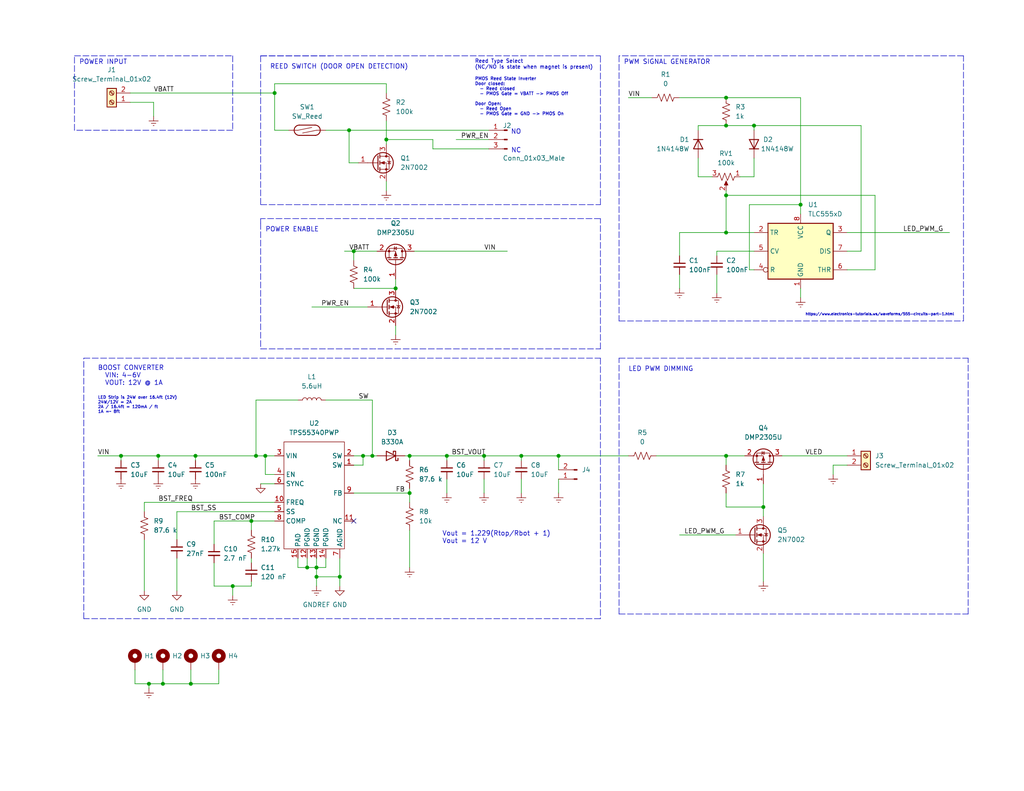
<source format=kicad_sch>
(kicad_sch (version 20211123) (generator eeschema)
  (paper "A")
  (title_block (title "Battery Powered LED Strip Driver") (date "2022-07-26") (rev "0"))
  (lib_symbols
    (symbol "BatteryLedStripDriverLib:DMP2305U" (pin_names hide)
      (property "Reference" "Q" (at 5.08 1.905 0))
      (property "Value" "DMP2305U" (at 5.08 0 0))
      (symbol "DMP2305U_0_1"
        (polyline (pts (xy 0.254 0) (xy -2.54 0)))
        (polyline (pts (xy 0.254 1.905) (xy 0.254 -1.905)) (stroke (width 0.254)))
        (polyline (pts (xy 0.762 -1.27) (xy 0.762 -2.286)) (stroke (width 0.254)))
        (polyline (pts (xy 0.762 0.508) (xy 0.762 -0.508)) (stroke (width 0.254)))
        (polyline (pts (xy 0.762 2.286) (xy 0.762 1.27)) (stroke (width 0.254)))
        (polyline (pts (xy 2.54 2.54) (xy 2.54 1.778)))
        (polyline (pts (xy 2.54 -2.54) (xy 2.54 0) (xy 0.762 0)))
        (polyline (pts (xy 0.762 1.778) (xy 3.302 1.778) (xy 3.302 -1.778) (xy 0.762 -1.778)))
        (polyline (pts (xy 2.286 0) (xy 1.27 0.381) (xy 1.27 -0.381) (xy 2.286 0)) (fill (type outline)))
        (polyline (pts (xy 2.794 -0.508) (xy 2.921 -0.381) (xy 3.683 -0.381) (xy 3.81 -0.254)))
        (polyline (pts (xy 3.302 -0.381) (xy 2.921 0.254) (xy 3.683 0.254) (xy 3.302 -0.381)))
        (circle (center 1.651 0) (radius 2.794) (stroke (width 0.254)))
        (circle (center 2.54 -1.778) (radius 0.254) (fill (type outline)))
        (circle (center 2.54 1.778) (radius 0.254) (fill (type outline)))
      )
      (symbol "DMP2305U_1_1"
        (pin input line (at -5.08 0 0) (length 2.54) (name "G") (number "1"))
        (pin passive line (at 2.54 -5.08 90) (length 2.54) (name "S") (number "2"))
        (pin passive line (at 2.54 5.08 270) (length 2.54) (name "D") (number "3"))
      )
    )
    (symbol "BatteryLedStripDriverLib:TPS55340PWP"
      (property "Reference" "U" (at -6.35 10.16 0))
      (property "Value" "TPS55340PWP" (at 8.89 10.16 0))
      (symbol "TPS55340PWP_0_1"
        (rectangle (start -6.35 8.89) (end 10.16 -20.32))
      )
      (symbol "TPS55340PWP_1_1"
        (pin passive line (at 12.7 2.54 180) (length 2.54) (name "SW") (number "1"))
        (pin input line (at -8.89 -7.62 0) (length 2.54) (name "FREQ") (number "10"))
        (pin free line (at 12.7 -12.7 180) (length 2.54) (name "NC") (number "11"))
        (pin passive line (at 0 -22.86 90) (length 2.54) (name "PGND") (number "12"))
        (pin passive line (at 2.54 -22.86 90) (length 2.54) (name "PGND") (number "13"))
        (pin power_out line (at 5.08 -22.86 90) (length 2.54) (name "PGND") (number "14"))
        (pin passive line (at -2.54 -22.86 90) (length 2.54) (name "PAD") (number "15"))
        (pin passive line (at 12.7 5.08 180) (length 2.54) (name "SW") (number "2"))
        (pin input line (at -8.89 5.08 0) (length 2.54) (name "VIN") (number "3"))
        (pin input line (at -8.89 0 0) (length 2.54) (name "EN") (number "4"))
        (pin input line (at -8.89 -10.16 0) (length 2.54) (name "SS") (number "5"))
        (pin input line (at -8.89 -2.54 0) (length 2.54) (name "SYNC") (number "6"))
        (pin power_out line (at 8.89 -22.86 90) (length 2.54) (name "AGND") (number "7"))
        (pin input line (at -8.89 -12.7 0) (length 2.54) (name "COMP") (number "8"))
        (pin input line (at 12.7 -5.08 180) (length 2.54) (name "FB") (number "9"))
      )
    )
    (symbol "Connector:Conn_01x02_Male" (pin_names (offset 1.016) hide)
      (property "Reference" "J" (at 0 2.54 0))
      (property "Value" "Conn_01x02_Male" (at 0 -5.08 0))
      (symbol "Conn_01x02_Male_1_1"
        (polyline (pts (xy 1.27 -2.54) (xy 0.8636 -2.54)) (stroke (width 0.1524)))
        (polyline (pts (xy 1.27 0) (xy 0.8636 0)) (stroke (width 0.1524)))
        (rectangle (start 0.8636 -2.413) (end 0 -2.667) (stroke (width 0.1524)) (fill (type outline)))
        (rectangle (start 0.8636 0.127) (end 0 -0.127) (stroke (width 0.1524)) (fill (type outline)))
        (pin passive line (at 5.08 0 180) (length 3.81) (name "Pin_1") (number "1"))
        (pin passive line (at 5.08 -2.54 180) (length 3.81) (name "Pin_2") (number "2"))
      )
    )
    (symbol "Connector:Conn_01x03_Male" (pin_names (offset 1.016) hide)
      (property "Reference" "J" (at 0 5.08 0))
      (property "Value" "Conn_01x03_Male" (at 0 -5.08 0))
      (symbol "Conn_01x03_Male_1_1"
        (polyline (pts (xy 1.27 -2.54) (xy 0.8636 -2.54)) (stroke (width 0.1524)))
        (polyline (pts (xy 1.27 0) (xy 0.8636 0)) (stroke (width 0.1524)))
        (polyline (pts (xy 1.27 2.54) (xy 0.8636 2.54)) (stroke (width 0.1524)))
        (rectangle (start 0.8636 -2.413) (end 0 -2.667) (stroke (width 0.1524)) (fill (type outline)))
        (rectangle (start 0.8636 0.127) (end 0 -0.127) (stroke (width 0.1524)) (fill (type outline)))
        (rectangle (start 0.8636 2.667) (end 0 2.413) (stroke (width 0.1524)) (fill (type outline)))
        (pin passive line (at 5.08 2.54 180) (length 3.81) (name "Pin_1") (number "1"))
        (pin passive line (at 5.08 0 180) (length 3.81) (name "Pin_2") (number "2"))
        (pin passive line (at 5.08 -2.54 180) (length 3.81) (name "Pin_3") (number "3"))
      )
    )
    (symbol "Connector:Screw_Terminal_01x02" (pin_names (offset 1.016) hide)
      (property "Reference" "J" (at 0 2.54 0))
      (property "Value" "Screw_Terminal_01x02" (at 0 -5.08 0))
      (symbol "Screw_Terminal_01x02_1_1"
        (rectangle (start -1.27 1.27) (end 1.27 -3.81) (stroke (width 0.254)) (fill (type background)))
        (circle (center 0 -2.54) (radius 0.635) (stroke (width 0.1524)))
        (polyline (pts (xy -0.5334 -2.2098) (xy 0.3302 -3.048)) (stroke (width 0.1524)))
        (polyline (pts (xy -0.5334 0.3302) (xy 0.3302 -0.508)) (stroke (width 0.1524)))
        (polyline (pts (xy -0.3556 -2.032) (xy 0.508 -2.8702)) (stroke (width 0.1524)))
        (polyline (pts (xy -0.3556 0.508) (xy 0.508 -0.3302)) (stroke (width 0.1524)))
        (circle (center 0 0) (radius 0.635) (stroke (width 0.1524)))
        (pin passive line (at -5.08 0 0) (length 3.81) (name "Pin_1") (number "1"))
        (pin passive line (at -5.08 -2.54 0) (length 3.81) (name "Pin_2") (number "2"))
      )
    )
    (symbol "Device:C_Small" (pin_numbers hide) (pin_names (offset 0.254) hide)
      (property "Reference" "C" (at 0.254 1.778 0))
      (property "Value" "C_Small" (at 0.254 -2.032 0))
      (symbol "C_Small_0_1"
        (polyline (pts (xy -1.524 -0.508) (xy 1.524 -0.508)) (stroke (width 0.3302)))
        (polyline (pts (xy -1.524 0.508) (xy 1.524 0.508)) (stroke (width 0.3048)))
      )
      (symbol "C_Small_1_1"
        (pin passive line (at 0 2.54 270) (length 2.032) (name "~") (number "1"))
        (pin passive line (at 0 -2.54 90) (length 2.032) (name "~") (number "2"))
      )
    )
    (symbol "Device:L" (pin_numbers hide) (pin_names (offset 1.016) hide)
      (property "Reference" "L" (at -1.27 0 90))
      (property "Value" "L" (at 1.905 0 90))
      (symbol "L_0_1"
        (arc (start 0 -2.54) (mid 0.635 -1.905) (end 0 -1.27))
        (arc (start 0 -1.27) (mid 0.635 -0.635) (end 0 0))
        (arc (start 0 0) (mid 0.635 0.635) (end 0 1.27))
        (arc (start 0 1.27) (mid 0.635 1.905) (end 0 2.54))
      )
      (symbol "L_1_1"
        (pin passive line (at 0 3.81 270) (length 1.27) (name "1") (number "1"))
        (pin passive line (at 0 -3.81 90) (length 1.27) (name "2") (number "2"))
      )
    )
    (symbol "Device:R_Potentiometer_US" (pin_names (offset 1.016) hide)
      (property "Reference" "RV" (at -4.445 0 90))
      (property "Value" "R_Potentiometer_US" (at -2.54 0 90))
      (symbol "R_Potentiometer_US_0_1"
        (polyline (pts (xy 0 -2.286) (xy 0 -2.54)))
        (polyline (pts (xy 0 2.54) (xy 0 2.286)))
        (polyline (pts (xy 2.54 0) (xy 1.524 0)))
        (polyline (pts (xy 1.143 0) (xy 2.286 0.508) (xy 2.286 -0.508) (xy 1.143 0)) (fill (type outline)))
        (polyline (pts (xy 0 -0.762) (xy 1.016 -1.143) (xy 0 -1.524) (xy -1.016 -1.905) (xy 0 -2.286)))
        (polyline (pts (xy 0 0.762) (xy 1.016 0.381) (xy 0 0) (xy -1.016 -0.381) (xy 0 -0.762)))
        (polyline (pts (xy 0 2.286) (xy 1.016 1.905) (xy 0 1.524) (xy -1.016 1.143) (xy 0 0.762)))
      )
      (symbol "R_Potentiometer_US_1_1"
        (pin passive line (at 0 3.81 270) (length 1.27) (name "1") (number "1"))
        (pin passive line (at 3.81 0 180) (length 1.27) (name "2") (number "2"))
        (pin passive line (at 0 -3.81 90) (length 1.27) (name "3") (number "3"))
      )
    )
    (symbol "Device:R_US" (pin_numbers hide) (pin_names (offset 0))
      (property "Reference" "R" (at 2.54 0 90))
      (property "Value" "R_US" (at -2.54 0 90))
      (symbol "R_US_0_1"
        (polyline (pts (xy 0 -2.286) (xy 0 -2.54)))
        (polyline (pts (xy 0 2.286) (xy 0 2.54)))
        (polyline (pts (xy 0 -0.762) (xy 1.016 -1.143) (xy 0 -1.524) (xy -1.016 -1.905) (xy 0 -2.286)))
        (polyline (pts (xy 0 0.762) (xy 1.016 0.381) (xy 0 0) (xy -1.016 -0.381) (xy 0 -0.762)))
        (polyline (pts (xy 0 2.286) (xy 1.016 1.905) (xy 0 1.524) (xy -1.016 1.143) (xy 0 0.762)))
      )
      (symbol "R_US_1_1"
        (pin passive line (at 0 3.81 270) (length 1.27) (name "~") (number "1"))
        (pin passive line (at 0 -3.81 90) (length 1.27) (name "~") (number "2"))
      )
    )
    (symbol "Diode:1N4148W" (pin_numbers hide) (pin_names (offset 1.016) hide)
      (property "Reference" "D" (at 0 2.54 0))
      (property "Value" "1N4148W" (at 0 -2.54 0))
      (symbol "1N4148W_0_1"
        (polyline (pts (xy -1.27 1.27) (xy -1.27 -1.27)) (stroke (width 0.254)))
        (polyline (pts (xy 1.27 0) (xy -1.27 0)))
        (polyline (pts (xy 1.27 1.27) (xy 1.27 -1.27) (xy -1.27 0) (xy 1.27 1.27)) (stroke (width 0.254)))
      )
      (symbol "1N4148W_1_1"
        (pin passive line (at -3.81 0 0) (length 2.54) (name "K") (number "1"))
        (pin passive line (at 3.81 0 180) (length 2.54) (name "A") (number "2"))
      )
    )
    (symbol "Diode:B330" (pin_numbers hide) (pin_names (offset 1.016) hide)
      (property "Reference" "D" (at 0 2.54 0))
      (property "Value" "B330" (at 0 -2.54 0))
      (symbol "B330_0_1"
        (polyline (pts (xy 1.27 0) (xy -1.27 0)))
        (polyline (pts (xy 1.27 1.27) (xy 1.27 -1.27) (xy -1.27 0) (xy 1.27 1.27)) (stroke (width 0.254)))
        (polyline (pts (xy -1.905 0.635) (xy -1.905 1.27) (xy -1.27 1.27) (xy -1.27 -1.27) (xy -0.635 -1.27) (xy -0.635 -0.635)) (stroke (width 0.254)))
      )
      (symbol "B330_1_1"
        (pin passive line (at -3.81 0 0) (length 2.54) (name "K") (number "1"))
        (pin passive line (at 3.81 0 180) (length 2.54) (name "A") (number "2"))
      )
    )
    (symbol "Mechanical:MountingHole_Pad" (pin_numbers hide) (pin_names (offset 1.016) hide)
      (property "Reference" "H" (at 0 6.35 0))
      (property "Value" "MountingHole_Pad" (at 0 4.445 0))
      (symbol "MountingHole_Pad_0_1"
        (circle (center 0 1.27) (radius 1.27) (stroke (width 1.27)))
      )
      (symbol "MountingHole_Pad_1_1"
        (pin input line (at 0 -2.54 90) (length 2.54) (name "1") (number "1"))
      )
    )
    (symbol "Switch:SW_Reed" (pin_numbers hide) (pin_names (offset 0) hide)
      (property "Reference" "SW" (at 0 2.54 0))
      (property "Value" "SW_Reed" (at 0 -2.54 0))
      (symbol "SW_Reed_0_0"
        (arc (start -2.159 1.397) (mid -3.556 0) (end -2.159 -1.397) (stroke (width 0.254)))
        (polyline (pts (xy -2.54 0) (xy 1.27 0.762)))
        (polyline (pts (xy -2.159 -1.397) (xy 2.286 -1.397)) (stroke (width 0.254)))
        (polyline (pts (xy 2.159 1.397) (xy -2.159 1.397)) (stroke (width 0.254)))
        (polyline (pts (xy 2.54 0) (xy -1.27 -0.762)))
        (arc (start 2.159 -1.397) (mid 3.556 0) (end 2.159 1.397) (stroke (width 0.254)))
      )
      (symbol "SW_Reed_1_1"
        (pin passive line (at -5.08 0 0) (length 2.54) (name "1") (number "1"))
        (pin passive line (at 5.08 0 180) (length 2.54) (name "2") (number "2"))
      )
    )
    (symbol "Timer:TLC555xD"
      (property "Reference" "U" (at -10.16 8.89 0))
      (property "Value" "TLC555xD" (at 2.54 8.89 0))
      (symbol "TLC555xD_0_0"
        (pin power_in line (at 0 -10.16 90) (length 2.54) (name "GND") (number "1"))
        (pin power_in line (at 0 10.16 270) (length 2.54) (name "VCC") (number "8"))
      )
      (symbol "TLC555xD_0_1"
        (rectangle (start -8.89 -7.62) (end 8.89 7.62) (stroke (width 0.254)) (fill (type background)))
        (rectangle (start -8.89 -7.62) (end 8.89 7.62) (stroke (width 0.254)) (fill (type background)))
      )
      (symbol "TLC555xD_1_1"
        (pin input line (at -12.7 5.08 0) (length 3.81) (name "TR") (number "2"))
        (pin output line (at 12.7 5.08 180) (length 3.81) (name "Q") (number "3"))
        (pin input inverted (at -12.7 -5.08 0) (length 3.81) (name "R") (number "4"))
        (pin input line (at -12.7 0 0) (length 3.81) (name "CV") (number "5"))
        (pin input line (at 12.7 -5.08 180) (length 3.81) (name "THR") (number "6"))
        (pin input line (at 12.7 0 180) (length 3.81) (name "DIS") (number "7"))
      )
    )
    (symbol "Transistor_FET:2N7002" (pin_names hide)
      (property "Reference" "Q" (at 5.08 1.905 0))
      (property "Value" "2N7002" (at 5.08 0 0))
      (symbol "2N7002_0_1"
        (polyline (pts (xy 0.254 0) (xy -2.54 0)))
        (polyline (pts (xy 0.254 1.905) (xy 0.254 -1.905)) (stroke (width 0.254)))
        (polyline (pts (xy 0.762 -1.27) (xy 0.762 -2.286)) (stroke (width 0.254)))
        (polyline (pts (xy 0.762 0.508) (xy 0.762 -0.508)) (stroke (width 0.254)))
        (polyline (pts (xy 0.762 2.286) (xy 0.762 1.27)) (stroke (width 0.254)))
        (polyline (pts (xy 2.54 2.54) (xy 2.54 1.778)))
        (polyline (pts (xy 2.54 -2.54) (xy 2.54 0) (xy 0.762 0)))
        (polyline (pts (xy 0.762 -1.778) (xy 3.302 -1.778) (xy 3.302 1.778) (xy 0.762 1.778)))
        (polyline (pts (xy 1.016 0) (xy 2.032 0.381) (xy 2.032 -0.381) (xy 1.016 0)) (fill (type outline)))
        (polyline (pts (xy 2.794 0.508) (xy 2.921 0.381) (xy 3.683 0.381) (xy 3.81 0.254)))
        (polyline (pts (xy 3.302 0.381) (xy 2.921 -0.254) (xy 3.683 -0.254) (xy 3.302 0.381)))
        (circle (center 1.651 0) (radius 2.794) (stroke (width 0.254)))
        (circle (center 2.54 -1.778) (radius 0.254) (fill (type outline)))
        (circle (center 2.54 1.778) (radius 0.254) (fill (type outline)))
      )
      (symbol "2N7002_1_1"
        (pin input line (at -5.08 0 0) (length 2.54) (name "G") (number "1"))
        (pin passive line (at 2.54 -5.08 90) (length 2.54) (name "S") (number "2"))
        (pin passive line (at 2.54 5.08 270) (length 2.54) (name "D") (number "3"))
      )
    )
    (symbol "power:GND" (power) (pin_names (offset 0))
      (property "Value" "GND" (at 0 -3.81 0))
      (symbol "GND_0_1"
        (polyline (pts (xy 0 0) (xy 0 -1.27) (xy 1.27 -1.27) (xy 0 -2.54) (xy -1.27 -1.27) (xy 0 -1.27)))
      )
      (symbol "GND_1_1"
        (pin power_in line (at 0 0 270) (length 0) hide (name "GND") (number "1"))
      )
    )
    (symbol "power:GNDREF" (power) (pin_names (offset 0))
      (property "Value" "GNDREF" (at 0 -3.81 0))
      (symbol "GNDREF_0_1"
        (polyline (pts (xy -0.635 -1.905) (xy 0.635 -1.905)))
        (polyline (pts (xy -0.127 -2.54) (xy 0.127 -2.54)))
        (polyline (pts (xy 0 -1.27) (xy 0 0)))
        (polyline (pts (xy 1.27 -1.27) (xy -1.27 -1.27)))
      )
      (symbol "GNDREF_1_1"
        (pin power_in line (at 0 0 270) (length 0) hide (name "GNDREF") (number "1"))
      )
    )
  )
  (junction (at 83.82 154.94))
  (junction (at 68.58 142.24))
  (junction (at 74.93 25.4))
  (junction (at 152.4 124.46))
  (junction (at 95.25 35.56))
  (junction (at 107.95 78.74))
  (junction (at 52.07 186.69))
  (junction (at 86.36 154.94))
  (junction (at 105.41 38.1))
  (junction (at 99.06 124.46))
  (junction (at 72.39 124.46))
  (junction (at 198.12 124.46))
  (junction (at 33.02 124.46))
  (junction (at 96.52 68.58))
  (junction (at 63.5 160.02))
  (junction (at 40.64 186.69))
  (junction (at 43.18 124.46))
  (junction (at 198.12 26.67))
  (junction (at 205.74 34.29))
  (junction (at 92.71 157.48))
  (junction (at 101.6 124.46))
  (junction (at 121.92 124.46))
  (junction (at 44.45 186.69))
  (junction (at 53.34 124.46))
  (junction (at 198.12 63.5))
  (junction (at 132.08 124.46))
  (junction (at 208.28 138.43))
  (junction (at 198.12 34.29))
  (junction (at 111.76 134.62))
  (junction (at 86.36 157.48))
  (junction (at 142.24 124.46))
  (junction (at 69.85 124.46))
  (junction (at 218.44 55.88))
  (junction (at 111.76 124.46))
  (junction (at 198.12 53.34))
  (no_connect (at 96.52 142.24))
  (polyline (pts (xy 31.75 35.56) (xy 20.32 35.56)))
  (wire (pts (xy 39.37 137.16) (xy 74.93 137.16)))
  (wire (pts (xy 93.98 68.58) (xy 96.52 68.58)))
  (wire (pts (xy 41.91 27.94) (xy 41.91 31.75)))
  (wire (pts (xy 171.45 26.67) (xy 177.8 26.67)))
  (polyline (pts (xy 163.83 95.25) (xy 163.83 59.69)))
  (wire (pts (xy 238.76 53.34) (xy 238.76 73.66)))
  (wire (pts (xy 132.08 124.46) (xy 132.08 125.73)))
  (polyline (pts (xy 262.89 15.24) (xy 168.91 15.24)))
  (wire (pts (xy 99.06 124.46) (xy 99.06 127)))
  (wire (pts (xy 86.36 157.48) (xy 92.71 157.48)))
  (wire (pts (xy 33.02 125.73) (xy 33.02 124.46)))
  (wire (pts (xy 74.93 22.86) (xy 105.41 22.86)))
  (wire (pts (xy 48.26 147.32) (xy 48.26 139.7)))
  (wire (pts (xy 204.47 73.66) (xy 204.47 55.88)))
  (polyline (pts (xy 71.12 55.88) (xy 163.83 55.88)))
  (polyline (pts (xy 264.16 167.64) (xy 264.16 97.79)))
  (wire (pts (xy 133.35 40.64) (xy 118.11 40.64)))
  (wire (pts (xy 231.14 68.58) (xy 234.95 68.58)))
  (wire (pts (xy 96.52 68.58) (xy 102.87 68.58)))
  (polyline (pts (xy 163.83 97.79) (xy 163.83 168.91)))
  (wire (pts (xy 101.6 124.46) (xy 102.87 124.46)))
  (wire (pts (xy 105.41 49.53) (xy 105.41 52.07)))
  (wire (pts (xy 52.07 182.88) (xy 52.07 186.69)))
  (wire (pts (xy 185.42 74.93) (xy 185.42 78.74)))
  (wire (pts (xy 198.12 134.62) (xy 198.12 138.43)))
  (wire (pts (xy 121.92 124.46) (xy 121.92 125.73)))
  (wire (pts (xy 95.25 44.45) (xy 97.79 44.45)))
  (wire (pts (xy 101.6 109.22) (xy 101.6 124.46)))
  (wire (pts (xy 88.9 154.94) (xy 86.36 154.94)))
  (wire (pts (xy 59.69 186.69) (xy 52.07 186.69)))
  (wire (pts (xy 198.12 53.34) (xy 198.12 52.07)))
  (wire (pts (xy 118.11 40.64) (xy 118.11 38.1)))
  (wire (pts (xy 88.9 152.4) (xy 88.9 154.94)))
  (wire (pts (xy 142.24 130.81) (xy 142.24 134.62)))
  (wire (pts (xy 88.9 109.22) (xy 101.6 109.22)))
  (wire (pts (xy 195.58 74.93) (xy 195.58 80.01)))
  (wire (pts (xy 58.42 160.02) (xy 63.5 160.02)))
  (wire (pts (xy 205.74 34.29) (xy 205.74 35.56)))
  (wire (pts (xy 111.76 124.46) (xy 111.76 125.73)))
  (polyline (pts (xy 20.32 35.56) (xy 20.32 15.24)))
  (wire (pts (xy 111.76 134.62) (xy 111.76 137.16)))
  (polyline (pts (xy 22.86 97.79) (xy 163.83 97.79)))
  (wire (pts (xy 152.4 124.46) (xy 152.4 128.27)))
  (polyline (pts (xy 163.83 59.69) (xy 71.12 59.69)))
  (wire (pts (xy 195.58 69.85) (xy 195.58 68.58)))
  (wire (pts (xy 105.41 38.1) (xy 105.41 39.37)))
  (wire (pts (xy 107.95 88.9) (xy 107.95 91.44)))
  (wire (pts (xy 208.28 151.13) (xy 208.28 158.75)))
  (polyline (pts (xy 71.12 15.24) (xy 71.12 55.88)))
  (wire (pts (xy 185.42 26.67) (xy 198.12 26.67)))
  (polyline (pts (xy 163.83 168.91) (xy 22.86 168.91)))
  (polyline (pts (xy 63.5 15.24) (xy 63.5 35.56)))
  (wire (pts (xy 101.6 124.46) (xy 99.06 124.46)))
  (wire (pts (xy 58.42 153.67) (xy 58.42 160.02)))
  (wire (pts (xy 63.5 160.02) (xy 63.5 162.56)))
  (wire (pts (xy 40.64 186.69) (xy 40.64 187.96)))
  (wire (pts (xy 227.33 129.54) (xy 227.33 127)))
  (wire (pts (xy 96.52 127) (xy 99.06 127)))
  (wire (pts (xy 74.93 142.24) (xy 68.58 142.24)))
  (wire (pts (xy 71.12 132.08) (xy 74.93 132.08)))
  (wire (pts (xy 111.76 144.78) (xy 111.76 154.94)))
  (wire (pts (xy 52.07 186.69) (xy 44.45 186.69)))
  (wire (pts (xy 88.9 35.56) (xy 95.25 35.56)))
  (wire (pts (xy 198.12 34.29) (xy 190.5 34.29)))
  (wire (pts (xy 190.5 34.29) (xy 190.5 35.56)))
  (wire (pts (xy 36.83 186.69) (xy 40.64 186.69)))
  (wire (pts (xy 43.18 124.46) (xy 53.34 124.46)))
  (wire (pts (xy 107.95 76.2) (xy 107.95 78.74)))
  (wire (pts (xy 205.74 73.66) (xy 204.47 73.66)))
  (wire (pts (xy 205.74 48.26) (xy 201.93 48.26)))
  (polyline (pts (xy 63.5 35.56) (xy 31.75 35.56)))
  (wire (pts (xy 59.69 182.88) (xy 59.69 186.69)))
  (wire (pts (xy 83.82 154.94) (xy 81.28 154.94)))
  (wire (pts (xy 111.76 133.35) (xy 111.76 134.62)))
  (polyline (pts (xy 168.91 167.64) (xy 264.16 167.64)))
  (wire (pts (xy 204.47 55.88) (xy 218.44 55.88)))
  (wire (pts (xy 48.26 152.4) (xy 48.26 161.29)))
  (wire (pts (xy 195.58 68.58) (xy 205.74 68.58)))
  (wire (pts (xy 132.08 130.81) (xy 132.08 134.62)))
  (polyline (pts (xy 71.12 15.24) (xy 90.17 15.24)))
  (wire (pts (xy 43.18 125.73) (xy 43.18 124.46)))
  (wire (pts (xy 124.46 38.1) (xy 133.35 38.1)))
  (wire (pts (xy 105.41 22.86) (xy 105.41 25.4)))
  (wire (pts (xy 69.85 109.22) (xy 81.28 109.22)))
  (wire (pts (xy 111.76 124.46) (xy 121.92 124.46)))
  (wire (pts (xy 142.24 124.46) (xy 142.24 125.73)))
  (wire (pts (xy 86.36 157.48) (xy 86.36 160.02)))
  (wire (pts (xy 68.58 142.24) (xy 68.58 144.78)))
  (wire (pts (xy 190.5 43.18) (xy 190.5 48.26)))
  (polyline (pts (xy 71.12 95.25) (xy 163.83 95.25)))
  (wire (pts (xy 86.36 152.4) (xy 86.36 154.94)))
  (wire (pts (xy 96.52 68.58) (xy 96.52 71.12)))
  (wire (pts (xy 218.44 78.74) (xy 218.44 81.28)))
  (wire (pts (xy 83.82 152.4) (xy 83.82 154.94)))
  (wire (pts (xy 44.45 182.88) (xy 44.45 186.69)))
  (wire (pts (xy 63.5 160.02) (xy 68.58 160.02)))
  (wire (pts (xy 68.58 160.02) (xy 68.58 158.75)))
  (wire (pts (xy 234.95 68.58) (xy 234.95 34.29)))
  (wire (pts (xy 118.11 38.1) (xy 105.41 38.1)))
  (wire (pts (xy 74.93 129.54) (xy 72.39 129.54)))
  (wire (pts (xy 121.92 124.46) (xy 132.08 124.46)))
  (wire (pts (xy 69.85 124.46) (xy 69.85 109.22)))
  (wire (pts (xy 231.14 63.5) (xy 259.08 63.5)))
  (polyline (pts (xy 71.12 15.24) (xy 163.83 15.24)))
  (polyline (pts (xy 262.89 87.63) (xy 262.89 15.24)))
  (wire (pts (xy 74.93 25.4) (xy 74.93 35.56)))
  (wire (pts (xy 99.06 124.46) (xy 96.52 124.46)))
  (wire (pts (xy 44.45 186.69) (xy 40.64 186.69)))
  (wire (pts (xy 68.58 142.24) (xy 58.42 142.24)))
  (wire (pts (xy 72.39 129.54) (xy 72.39 124.46)))
  (wire (pts (xy 179.07 124.46) (xy 198.12 124.46)))
  (polyline (pts (xy 168.91 167.64) (xy 168.91 97.79)))
  (polyline (pts (xy 71.12 59.69) (xy 71.12 60.96)))
  (wire (pts (xy 105.41 33.02) (xy 105.41 38.1)))
  (wire (pts (xy 39.37 139.7) (xy 39.37 137.16)))
  (wire (pts (xy 198.12 53.34) (xy 238.76 53.34)))
  (polyline (pts (xy 22.86 168.91) (xy 22.86 97.79)))
  (wire (pts (xy 205.74 43.18) (xy 205.74 48.26)))
  (polyline (pts (xy 71.12 60.96) (xy 71.12 95.25)))
  (wire (pts (xy 213.36 124.46) (xy 231.14 124.46)))
  (wire (pts (xy 194.31 48.26) (xy 190.5 48.26)))
  (wire (pts (xy 26.67 124.46) (xy 33.02 124.46)))
  (wire (pts (xy 185.42 63.5) (xy 198.12 63.5)))
  (wire (pts (xy 92.71 152.4) (xy 92.71 157.48)))
  (wire (pts (xy 35.56 25.4) (xy 74.93 25.4)))
  (wire (pts (xy 198.12 63.5) (xy 205.74 63.5)))
  (wire (pts (xy 68.58 152.4) (xy 68.58 153.67)))
  (wire (pts (xy 198.12 124.46) (xy 198.12 127)))
  (wire (pts (xy 142.24 124.46) (xy 152.4 124.46)))
  (wire (pts (xy 58.42 142.24) (xy 58.42 148.59)))
  (wire (pts (xy 39.37 147.32) (xy 39.37 161.29)))
  (wire (pts (xy 92.71 157.48) (xy 92.71 160.02)))
  (wire (pts (xy 205.74 34.29) (xy 234.95 34.29)))
  (polyline (pts (xy 20.32 15.24) (xy 63.5 15.24)))
  (wire (pts (xy 152.4 124.46) (xy 171.45 124.46)))
  (wire (pts (xy 110.49 124.46) (xy 111.76 124.46)))
  (wire (pts (xy 36.83 182.88) (xy 36.83 186.69)))
  (wire (pts (xy 152.4 130.81) (xy 152.4 134.62)))
  (wire (pts (xy 53.34 125.73) (xy 53.34 124.46)))
  (wire (pts (xy 74.93 22.86) (xy 74.93 25.4)))
  (wire (pts (xy 208.28 138.43) (xy 208.28 132.08)))
  (wire (pts (xy 96.52 78.74) (xy 107.95 78.74)))
  (polyline (pts (xy 168.91 87.63) (xy 262.89 87.63)))
  (wire (pts (xy 95.25 35.56) (xy 95.25 44.45)))
  (polyline (pts (xy 163.83 55.88) (xy 163.83 15.24)))
  (wire (pts (xy 218.44 55.88) (xy 218.44 58.42)))
  (wire (pts (xy 198.12 138.43) (xy 208.28 138.43)))
  (wire (pts (xy 86.36 154.94) (xy 86.36 157.48)))
  (wire (pts (xy 132.08 124.46) (xy 142.24 124.46)))
  (wire (pts (xy 185.42 63.5) (xy 185.42 69.85)))
  (wire (pts (xy 95.25 35.56) (xy 133.35 35.56)))
  (polyline (pts (xy 168.91 97.79) (xy 264.16 97.79)))
  (wire (pts (xy 33.02 124.46) (xy 43.18 124.46)))
  (wire (pts (xy 72.39 124.46) (xy 74.93 124.46)))
  (wire (pts (xy 208.28 138.43) (xy 208.28 140.97)))
  (wire (pts (xy 198.12 34.29) (xy 205.74 34.29)))
  (wire (pts (xy 53.34 124.46) (xy 69.85 124.46)))
  (wire (pts (xy 231.14 73.66) (xy 238.76 73.66)))
  (wire (pts (xy 198.12 26.67) (xy 218.44 26.67)))
  (wire (pts (xy 185.42 146.05) (xy 200.66 146.05)))
  (wire (pts (xy 227.33 127) (xy 231.14 127)))
  (wire (pts (xy 48.26 139.7) (xy 74.93 139.7)))
  (wire (pts (xy 121.92 130.81) (xy 121.92 134.62)))
  (wire (pts (xy 86.36 154.94) (xy 83.82 154.94)))
  (wire (pts (xy 69.85 124.46) (xy 72.39 124.46)))
  (wire (pts (xy 113.03 68.58) (xy 138.43 68.58)))
  (wire (pts (xy 85.09 83.82) (xy 100.33 83.82)))
  (wire (pts (xy 218.44 26.67) (xy 218.44 55.88)))
  (polyline (pts (xy 168.91 15.24) (xy 168.91 87.63)))
  (wire (pts (xy 198.12 53.34) (xy 198.12 63.5)))
  (wire (pts (xy 35.56 27.94) (xy 41.91 27.94)))
  (wire (pts (xy 74.93 35.56) (xy 78.74 35.56)))
  (wire (pts (xy 198.12 124.46) (xy 203.2 124.46)))
  (wire (pts (xy 81.28 154.94) (xy 81.28 152.4)))
  (wire (pts (xy 96.52 134.62) (xy 111.76 134.62)))
  (text "NO" (at 142.24 36.83 180) (effects (font (size 1.27 1.27)) (justify right bottom)))
  (text "PWM SIGNAL GENERATOR" (at 170.18 17.78 0) (effects (font (size 1.27 1.27)) (justify left bottom)))
  (text "POWER INPUT" (at 21.59 17.78 0) (effects (font (size 1.27 1.27)) (justify left bottom)))
  (text "Vout = 1.229(Rtop/Rbot + 1)\nVout = 12 V" (at 120.65 148.59 0) (effects (font (size 1.27 1.27)) (justify left bottom)))
  (text "LED PWM DIMMING" (at 171.45 101.6 0) (effects (font (size 1.27 1.27)) (justify left bottom)))
  (text "Reed Type Select\n(NC/NO is state when magnet is present)" (at 129.54 19.05 0) (effects (font (size 1 1)) (justify left bottom)))
  (text "https://www.electronics-tutorials.ws/waveforms/555-circuits-part-1.html" (at 219.71 86.36 0) (effects (font (size 0.7 0.7)) (justify left bottom)))
  (text "LED Strip is 24W over 16.4ft (12V)\n24W/12V = 2A \n2A / 16.4ft = 120mA / ft\n1A =~ 8ft " (at 26.67 113.03 0) (effects (font (size 0.8 0.8)) (justify left bottom)))
  (text "POWER ENABLE" (at 72.39 63.5 0) (effects (font (size 1.27 1.27)) (justify left bottom)))
  (text "REED SWITCH (DOOR OPEN DETECTION)" (at 73.66 19.05 0) (effects (font (size 1.27 1.27)) (justify left bottom)))
  (text "BOOST CONVERTER\n  VIN: 4-6V\n  VOUT: 12V @ 1A" (at 26.67 105.41 0) (effects (font (size 1.27 1.27)) (justify left bottom)))
  (text "PMOS Reed State Inverter\nDoor closed:\n  - Reed closed\n  - PMOS Gate = VBATT -> PMOS Off\n\nDoor Open:\n  - Reed Open\n  - PMOS Gate = GND -> PMOS On" (at 129.54 31.75 0) (effects (font (size 0.85 0.85)) (justify left bottom)))
  (text "NC" (at 142.24 41.91 180) (effects (font (size 1.27 1.27)) (justify right bottom)))
  (label "VIN" (at 171.45 26.67 0))
  (label "VBATT" (at 95.25 68.58 0))
  (label "PWR_EN" (at 87.63 83.82 0))
  (label "VBATT" (at 41.91 25.4 0))
  (label "BST_COMP" (at 59.69 142.24 0))
  (label "VIN" (at 26.67 124.46 0))
  (label "BST_SS" (at 52.07 139.7 0))
  (label "LED_PWM_G" (at 186.69 146.05 0))
  (label "SW" (at 97.79 109.22 0))
  (label "LED_PWM_G" (at 246.38 63.5 0))
  (label "PWR_EN" (at 125.73 38.1 0))
  (label "BST_VOUT" (at 123.19 124.46 0))
  (label "BST_FREQ" (at 43.18 137.16 0))
  (label "VLED" (at 219.71 124.46 0))
  (label "FB" (at 107.95 134.62 0))
  (label "VIN" (at 132.08 68.58 0))
  (symbol (lib_id "Connector:Conn_01x02_Male") (at 157.48 130.81 180) (unit 1)
    (property "Reference" "J4" (at 158.75 128.2699 0) (effects (justify right)))
    (property "Value" "Conn_01x02_Male" (effects hide))
    (property "Footprint" "Connector_PinHeader_2.54mm:PinHeader_1x02_P2.54mm_Vertical" (effects hide))
  )
  (symbol (lib_id "power:GNDREF") (at 152.4 134.62 0) (unit 1)
    (property "Reference" "#PWR015" (effects hide))
    (property "Value" "GNDREF" (effects hide))
  )
  (symbol (lib_id "Device:C_Small") (at 53.34 128.27 0) (unit 1)
    (property "Reference" "C5" (at 55.88 127.0062 0) (effects (justify left)))
    (property "Value" "100nF" (at 55.88 129.5462 0) (effects (justify left)))
    (property "Footprint" "Capacitor_SMD:C_0402_1005Metric" (effects hide))
    (property "LCSC Part #" "C1525" (effects hide))
  )
  (symbol (lib_id "power:GNDREF") (at 208.28 158.75 0) (unit 1)
    (property "Reference" "#PWR019" (effects hide))
    (property "Value" "GNDREF" (effects hide))
  )
  (symbol (lib_id "Transistor_FET:2N7002") (at 205.74 146.05 0) (unit 1)
    (property "Reference" "Q5" (at 212.09 144.7799 0) (effects (justify left)))
    (property "Value" "2N7002" (at 212.09 147.3199 0) (effects (justify left)))
    (property "Footprint" "Package_TO_SOT_SMD:SOT-23" (effects hide))
    (property "Datasheet" "https://www.onsemi.com/pub/Collateral/NDS7002A-D.PDF" (effects hide))
    (property "LCSC Part #" "C8545" (effects hide))
  )
  (symbol (lib_id "Connector:Screw_Terminal_01x02") (at 30.48 27.94 180) (unit 1)
    (property "Reference" "J1" (at 30.48 19.05 0))
    (property "Value" "Screw_Terminal_01x02" (at 30.48 21.59 0))
    (property "Footprint" "TerminalBlock_Phoenix:TerminalBlock_Phoenix_MKDS-1,5-2_1x02_P5.00mm_Horizontal" (effects hide))
    (property "LCSC Part #" "C474881" (effects hide))
  )
  (symbol (lib_id "power:GND") (at 92.71 160.02 0) (unit 1)
    (property "Reference" "#PWR0103" (effects hide))
    (property "Value" "GND" (at 92.71 165.1 0))
  )
  (symbol (lib_id "Device:C_Small") (at 58.42 151.13 0) (unit 1)
    (property "Reference" "C10" (at 60.96 149.8662 0) (effects (justify left)))
    (property "Value" "2.7 nF" (at 60.96 152.4062 0) (effects (justify left)))
    (property "Footprint" "Capacitor_SMD:C_0402_1005Metric" (effects hide))
    (property "LCSC Part #" "C387950" (effects hide))
  )
  (symbol (lib_id "BatteryLedStripDriverLib:TPS55340PWP") (at 83.82 129.54 0) (unit 1)
    (property "Reference" "U2" (at 85.725 115.57 0))
    (property "Value" "TPS55340PWP" (at 85.725 118.11 0))
    (property "Footprint" "Package_SO:HTSSOP-14-1EP_4.4x5mm_P0.65mm_EP3.4x5mm_Mask3x3.1mm_ThermalVias" (effects hide))
    (property "Datasheet" "https://www.ti.com/lit/ds/symlink/tps55340.pdf" (effects hide))
    (property "LCSC Part #" "C43862" (effects hide))
  )
  (symbol (lib_id "Transistor_FET:2N7002") (at 105.41 83.82 0) (unit 1)
    (property "Reference" "Q3" (at 111.76 82.5499 0) (effects (justify left)))
    (property "Value" "2N7002" (at 111.76 85.0899 0) (effects (justify left)))
    (property "Footprint" "Package_TO_SOT_SMD:SOT-23" (effects hide))
    (property "Datasheet" "https://www.onsemi.com/pub/Collateral/NDS7002A-D.PDF" (effects hide))
    (property "LCSC Part #" "C8545" (effects hide))
  )
  (symbol (lib_id "Device:C_Small") (at 142.24 128.27 0) (unit 1)
    (property "Reference" "C8" (at 144.78 127.0062 0) (effects (justify left)))
    (property "Value" "10uF" (at 144.78 129.5462 0) (effects (justify left)))
    (property "Footprint" "Capacitor_SMD:C_0805_2012Metric" (effects hide))
    (property "LCSC Part #" "C15850" (effects hide))
  )
  (symbol (lib_id "Diode:B330") (at 106.68 124.46 180) (unit 1)
    (property "Reference" "D3" (at 106.9975 118.11 0))
    (property "Value" "B330A" (at 106.9975 120.65 0))
    (property "Footprint" "Diode_SMD:D_SMA" (effects hide))
    (property "Datasheet" "http://www.jameco.com/Jameco/Products/ProdDS/1538777.pdf" (effects hide))
    (property "LCSC Part #" "C110485" (effects hide))
  )
  (symbol (lib_id "Device:R_US") (at 198.12 130.81 0) (unit 1)
    (property "Reference" "R7" (at 200.66 129.5399 0) (effects (justify left)))
    (property "Value" "1k" (at 200.66 132.0799 0) (effects (justify left)))
    (property "Footprint" "Resistor_SMD:R_0402_1005Metric_Pad0.72x0.64mm_HandSolder" (effects hide))
    (property "LCSC Part #" "C11702" (effects hide))
  )
  (symbol (lib_id "Transistor_FET:2N7002") (at 102.87 44.45 0) (unit 1)
    (property "Reference" "Q1" (at 109.22 43.1799 0) (effects (justify left)))
    (property "Value" "2N7002" (at 109.22 45.7199 0) (effects (justify left)))
    (property "Footprint" "Package_TO_SOT_SMD:SOT-23" (effects hide))
    (property "Datasheet" "https://www.onsemi.com/pub/Collateral/NDS7002A-D.PDF" (effects hide))
    (property "LCSC Part #" "C8545" (effects hide))
  )
  (symbol (lib_id "Device:R_US") (at 198.12 30.48 0) (unit 1)
    (property "Reference" "R3" (at 200.66 29.2099 0) (effects (justify left)))
    (property "Value" "1k" (at 200.66 31.7499 0) (effects (justify left)))
    (property "Footprint" "Resistor_SMD:R_0402_1005Metric_Pad0.72x0.64mm_HandSolder" (effects hide))
    (property "LCSC Part #" "C11702" (effects hide))
  )
  (symbol (lib_id "Device:C_Small") (at 195.58 72.39 0) (unit 1)
    (property "Reference" "C2" (at 198.12 71.1262 0) (effects (justify left)))
    (property "Value" "100nF" (at 198.12 73.6662 0) (effects (justify left)))
    (property "Footprint" "Capacitor_SMD:C_0603_1608Metric" (effects hide))
    (property "LCSC Part #" "C14663" (effects hide))
  )
  (symbol (lib_id "Connector:Screw_Terminal_01x02") (at 236.22 124.46 0) (unit 1)
    (property "Reference" "J3" (at 238.76 124.4599 0) (effects (justify left)))
    (property "Value" "Screw_Terminal_01x02" (at 238.76 126.9999 0) (effects (justify left)))
    (property "Footprint" "TerminalBlock_Phoenix:TerminalBlock_Phoenix_MKDS-1,5-2_1x02_P5.00mm_Horizontal" (effects hide))
    (property "LCSC Part #" "C474881" (effects hide))
  )
  (symbol (lib_id "power:GNDREF") (at 107.95 91.44 0) (unit 1)
    (property "Reference" "#PWR06" (effects hide))
    (property "Value" "GNDREF" (effects hide))
  )
  (symbol (lib_id "Device:C_Small") (at 68.58 156.21 0) (unit 1)
    (property "Reference" "C11" (at 71.12 154.9462 0) (effects (justify left)))
    (property "Value" "120 nF" (at 71.12 157.4862 0) (effects (justify left)))
    (property "Footprint" "Capacitor_SMD:C_0402_1005Metric" (effects hide))
    (property "LCSC Part #" "C426033" (effects hide))
  )
  (symbol (lib_id "Device:R_US") (at 105.41 29.21 0) (unit 1)
    (property "Reference" "R2" (at 107.95 27.9399 0) (effects (justify left)))
    (property "Value" "100k" (at 107.95 30.4799 0) (effects (justify left)))
    (property "Footprint" "Resistor_SMD:R_0402_1005Metric" (effects hide))
    (property "LCSC Part #" "C25741" (effects hide))
  )
  (symbol (lib_id "Timer:TLC555xD") (at 218.44 68.58 0) (unit 1)
    (property "Reference" "U1" (at 220.4594 55.88 0) (effects (justify left)))
    (property "Value" "TLC555xD" (at 220.4594 58.42 0) (effects (justify left)))
    (property "Footprint" "Package_SO:SOIC-8_3.9x4.9mm_P1.27mm" (effects hide))
    (property "Datasheet" "http://www.ti.com/lit/ds/symlink/tlc555.pdf" (effects hide))
    (property "LCSC Part #" "C6986" (effects hide))
  )
  (symbol (lib_id "BatteryLedStripDriverLib:DMP2305U") (at 107.95 71.12 270) (mirror x) (unit 1)
    (property "Reference" "Q2" (at 107.95 60.96 90))
    (property "Value" "DMP2305U" (at 107.95 63.5 90))
    (property "Footprint" "Package_TO_SOT_SMD:SOT-23" (effects hide))
    (property "Datasheet" "https://www.diodes.com/assets/Datasheets/DMP2035U.pdf" (effects hide))
    (property "LCSC Part #" "C85097" (effects hide))
  )
  (symbol (lib_id "power:GNDREF") (at 105.41 52.07 0) (unit 1)
    (property "Reference" "#PWR02" (effects hide))
    (property "Value" "GNDREF" (effects hide))
  )
  (symbol (lib_id "power:GNDREF") (at 227.33 129.54 0) (unit 1)
    (property "Reference" "#PWR07" (effects hide))
    (property "Value" "GNDREF" (effects hide))
  )
  (symbol (lib_id "power:GND") (at 71.12 132.08 0) (unit 1)
    (property "Reference" "#PWR0104" (effects hide))
    (property "Value" "GND" (effects hide))
  )
  (symbol (lib_id "Diode:1N4148W") (at 205.74 39.37 90) (unit 1)
    (property "Reference" "D2" (at 209.55 38.1 90))
    (property "Value" "1N4148W" (at 212.09 40.64 90))
    (property "Footprint" "Diode_SMD:D_SOD-123" (effects hide))
    (property "Datasheet" "https://www.vishay.com/docs/85748/1n4148w.pdf" (effects hide))
    (property "LCSC Part #" "C81598" (effects hide))
  )
  (symbol (lib_id "Mechanical:MountingHole_Pad") (at 59.69 180.34 0) (unit 1)
    (property "Reference" "H4" (at 62.23 179.0699 0) (effects (justify left)))
    (property "Value" "MountingHole_Pad" (effects hide))
    (property "Footprint" "MountingHole:MountingHole_2.7mm_M2.5_Pad" (effects hide))
  )
  (symbol (lib_id "Device:R_US") (at 68.58 148.59 0) (unit 1)
    (property "Reference" "R10" (at 71.12 147.3199 0) (effects (justify left)))
    (property "Value" "1.27k" (at 71.12 149.8599 0) (effects (justify left)))
    (property "Footprint" "Resistor_SMD:R_0402_1005Metric" (effects hide))
    (property "LCSC Part #" "C327364" (effects hide))
  )
  (symbol (lib_id "Device:R_US") (at 181.61 26.67 90) (unit 1)
    (property "Reference" "R1" (at 181.61 20.32 90))
    (property "Value" "0" (at 181.61 22.86 90))
    (property "Footprint" "Resistor_SMD:R_0805_2012Metric_Pad1.20x1.40mm_HandSolder" (effects hide))
    (property "LCSC Part #" "C17477" (effects hide))
  )
  (symbol (lib_id "Device:C_Small") (at 121.92 128.27 0) (unit 1)
    (property "Reference" "C6" (at 124.46 127.0062 0) (effects (justify left)))
    (property "Value" "10uF" (at 124.46 129.5462 0) (effects (justify left)))
    (property "Footprint" "Capacitor_SMD:C_0805_2012Metric" (effects hide))
    (property "LCSC Part #" "C15850" (effects hide))
  )
  (symbol (lib_id "Mechanical:MountingHole_Pad") (at 52.07 180.34 0) (unit 1)
    (property "Reference" "H3" (at 54.61 179.0699 0) (effects (justify left)))
    (property "Value" "MountingHole_Pad" (effects hide))
    (property "Footprint" "MountingHole:MountingHole_2.7mm_M2.5_Pad" (effects hide))
  )
  (symbol (lib_id "Device:R_US") (at 39.37 143.51 0) (unit 1)
    (property "Reference" "R9" (at 41.91 142.2399 0) (effects (justify left)))
    (property "Value" "87.6 k" (at 41.91 144.7799 0) (effects (justify left)))
    (property "Footprint" "Resistor_SMD:R_0402_1005Metric_Pad0.72x0.64mm_HandSolder" (effects hide))
    (property "LCSC Part #" "C477808" (effects hide))
  )
  (symbol (lib_id "Mechanical:MountingHole_Pad") (at 44.45 180.34 0) (unit 1)
    (property "Reference" "H2" (at 46.99 179.0699 0) (effects (justify left)))
    (property "Value" "MountingHole_Pad" (effects hide))
    (property "Footprint" "MountingHole:MountingHole_2.7mm_M2.5_Pad" (effects hide))
  )
  (symbol (lib_id "Diode:1N4148W") (at 190.5 39.37 270) (unit 1)
    (property "Reference" "D1" (at 185.42 38.1 90) (effects (justify left)))
    (property "Value" "1N4148W" (at 179.07 40.64 90) (effects (justify left)))
    (property "Footprint" "Diode_SMD:D_SOD-123" (effects hide))
    (property "Datasheet" "https://www.vishay.com/docs/85748/1n4148w.pdf" (effects hide))
    (property "LCSC Part #" "C81598" (effects hide))
  )
  (symbol (lib_id "Switch:SW_Reed") (at 83.82 35.56 0) (unit 1)
    (property "Reference" "SW1" (at 83.82 29.21 0))
    (property "Value" "SW_Reed" (at 83.82 31.75 0))
    (property "Footprint" "Connector_PinHeader_2.54mm:PinHeader_1x02_P2.54mm_Vertical" (effects hide))
  )
  (symbol (lib_id "BatteryLedStripDriverLib:DMP2305U") (at 208.28 127 270) (mirror x) (unit 1)
    (property "Reference" "Q4" (at 208.28 116.84 90))
    (property "Value" "DMP2305U" (at 208.28 119.38 90))
    (property "Footprint" "Package_TO_SOT_SMD:SOT-23" (effects hide))
    (property "Datasheet" "https://www.diodes.com/assets/Datasheets/DMP2035U.pdf" (effects hide))
    (property "LCSC Part #" "C85097" (effects hide))
  )
  (symbol (lib_id "power:GNDREF") (at 132.08 134.62 0) (unit 1)
    (property "Reference" "#PWR013" (effects hide))
    (property "Value" "GNDREF" (effects hide))
  )
  (symbol (lib_id "power:GNDREF") (at 41.91 31.75 0) (unit 1)
    (property "Reference" "#PWR01" (effects hide))
    (property "Value" "GNDREF" (effects hide))
  )
  (symbol (lib_id "power:GNDREF") (at 185.42 78.74 0) (unit 1)
    (property "Reference" "#PWR03" (effects hide))
    (property "Value" "GNDREF" (effects hide))
  )
  (symbol (lib_id "power:GNDREF") (at 218.44 81.28 0) (unit 1)
    (property "Reference" "#PWR05" (effects hide))
    (property "Value" "GNDREF" (effects hide))
  )
  (symbol (lib_id "power:GNDREF") (at 195.58 80.01 0) (unit 1)
    (property "Reference" "#PWR04" (effects hide))
    (property "Value" "GNDREF" (effects hide))
  )
  (symbol (lib_id "power:GND") (at 48.26 161.29 0) (unit 1)
    (property "Reference" "#PWR0101" (effects hide))
    (property "Value" "GND" (at 48.26 166.37 0))
  )
  (symbol (lib_id "Mechanical:MountingHole_Pad") (at 36.83 180.34 0) (unit 1)
    (property "Reference" "H1" (at 39.37 179.0699 0) (effects (justify left)))
    (property "Value" "MountingHole_Pad" (effects hide))
    (property "Footprint" "MountingHole:MountingHole_2.7mm_M2.5_Pad" (effects hide))
  )
  (symbol (lib_id "power:GNDREF") (at 86.36 160.02 0) (unit 1)
    (property "Reference" "#PWR017" (effects hide))
    (property "Value" "GNDREF" (at 86.36 165.1 0))
  )
  (symbol (lib_id "Device:C_Small") (at 132.08 128.27 0) (unit 1)
    (property "Reference" "C7" (at 134.62 127.0062 0) (effects (justify left)))
    (property "Value" "10uF" (at 134.62 129.5462 0) (effects (justify left)))
    (property "Footprint" "Capacitor_SMD:C_0805_2012Metric" (effects hide))
    (property "LCSC Part #" "C15850" (effects hide))
  )
  (symbol (lib_id "Device:C_Small") (at 33.02 128.27 0) (unit 1)
    (property "Reference" "C3" (at 35.56 127.0062 0) (effects (justify left)))
    (property "Value" "10uF" (at 35.56 129.5462 0) (effects (justify left)))
    (property "Footprint" "Capacitor_SMD:C_0603_1608Metric" (effects hide))
    (property "LCSC Part #" "C96446" (effects hide))
  )
  (symbol (lib_id "power:GNDREF") (at 142.24 134.62 0) (unit 1)
    (property "Reference" "#PWR014" (effects hide))
    (property "Value" "GNDREF" (effects hide))
  )
  (symbol (lib_id "power:GNDREF") (at 63.5 162.56 0) (unit 1)
    (property "Reference" "#PWR022" (effects hide))
    (property "Value" "GNDREF" (effects hide))
  )
  (symbol (lib_id "power:GNDREF") (at 111.76 154.94 0) (unit 1)
    (property "Reference" "#PWR016" (effects hide))
    (property "Value" "GNDREF" (effects hide))
  )
  (symbol (lib_id "Device:R_US") (at 175.26 124.46 90) (unit 1)
    (property "Reference" "R5" (at 175.26 118.11 90))
    (property "Value" "0" (at 175.26 120.65 90))
    (property "Footprint" "Resistor_SMD:R_0805_2012Metric_Pad1.20x1.40mm_HandSolder" (effects hide))
    (property "LCSC Part #" "C17477" (effects hide))
  )
  (symbol (lib_id "Connector:Conn_01x03_Male") (at 138.43 38.1 0) (mirror y) (unit 1)
    (property "Reference" "J2" (at 137.16 34.29 0) (effects (justify right)))
    (property "Value" "Conn_01x03_Male" (at 137.16 43.18 0) (effects (justify right)))
    (property "Footprint" "Connector_PinHeader_2.54mm:PinHeader_1x03_P2.54mm_Vertical" (effects hide))
  )
  (symbol (lib_id "power:GNDREF") (at 53.34 130.81 0) (unit 1)
    (property "Reference" "#PWR010" (effects hide))
    (property "Value" "GNDREF" (effects hide))
  )
  (symbol (lib_id "Device:C_Small") (at 43.18 128.27 0) (unit 1)
    (property "Reference" "C4" (at 45.72 127.0062 0) (effects (justify left)))
    (property "Value" "10uF" (at 45.72 129.5462 0) (effects (justify left)))
    (property "Footprint" "Capacitor_SMD:C_0603_1608Metric" (effects hide))
    (property "LCSC Part #" "C96446" (effects hide))
  )
  (symbol (lib_id "power:GNDREF") (at 40.64 187.96 0) (unit 1)
    (property "Reference" "#PWR020" (effects hide))
    (property "Value" "GNDREF" (effects hide))
  )
  (symbol (lib_id "Device:L") (at 85.09 109.22 90) (unit 1)
    (property "Reference" "L1" (at 85.09 102.87 90))
    (property "Value" "5.6uH" (at 85.09 105.41 90))
    (property "Footprint" "BatteryLedStripDriverFootprints:L_Sunlord_MWSA0603S_8.4x3.5mm" (effects hide))
    (property "LCSC Part #" "C408448" (effects hide))
  )
  (symbol (lib_id "power:GNDREF") (at 43.18 130.81 0) (unit 1)
    (property "Reference" "#PWR09" (effects hide))
    (property "Value" "GNDREF" (effects hide))
  )
  (symbol (lib_id "Device:R_US") (at 96.52 74.93 0) (unit 1)
    (property "Reference" "R4" (at 99.06 73.6599 0) (effects (justify left)))
    (property "Value" "100k" (at 99.06 76.1999 0) (effects (justify left)))
    (property "Footprint" "Resistor_SMD:R_0402_1005Metric" (effects hide))
    (property "LCSC Part #" "C25741" (effects hide))
  )
  (symbol (lib_id "Device:R_Potentiometer_US") (at 198.12 48.26 270) (unit 1)
    (property "Reference" "RV1" (at 198.12 41.91 90))
    (property "Value" "100k" (at 198.12 44.45 90))
    (property "Footprint" "Potentiometer_THT:Potentiometer_Bourns_3386P_Vertical" (effects hide))
    (property "LCSC Part #" "C118965" (effects hide))
  )
  (symbol (lib_id "Device:C_Small") (at 185.42 72.39 0) (unit 1)
    (property "Reference" "C1" (at 187.96 71.1262 0) (effects (justify left)))
    (property "Value" "100nF" (at 187.96 73.6662 0) (effects (justify left)))
    (property "Footprint" "Capacitor_SMD:C_0603_1608Metric" (effects hide))
    (property "LCSC Part #" "C14663" (effects hide))
  )
  (symbol (lib_id "Device:C_Small") (at 48.26 149.86 0) (unit 1)
    (property "Reference" "C9" (at 50.8 148.5962 0) (effects (justify left)))
    (property "Value" "27nF" (at 50.8 151.1362 0) (effects (justify left)))
    (property "Footprint" "Capacitor_SMD:C_0402_1005Metric" (effects hide))
    (property "LCSC Part #" "C387951" (effects hide))
  )
  (symbol (lib_id "Device:R_US") (at 111.76 140.97 0) (unit 1)
    (property "Reference" "R8" (at 114.3 139.6999 0) (effects (justify left)))
    (property "Value" "10k" (at 114.3 142.2399 0) (effects (justify left)))
    (property "Footprint" "Resistor_SMD:R_0402_1005Metric_Pad0.72x0.64mm_HandSolder" (effects hide))
    (property "LCSC Part #" "C25744" (effects hide))
  )
  (symbol (lib_id "power:GNDREF") (at 121.92 134.62 0) (unit 1)
    (property "Reference" "#PWR012" (effects hide))
    (property "Value" "GNDREF" (effects hide))
  )
  (symbol (lib_id "power:GND") (at 39.37 161.29 0) (unit 1)
    (property "Reference" "#PWR0102" (effects hide))
    (property "Value" "GND" (at 39.37 166.37 0))
  )
  (symbol (lib_id "power:GNDREF") (at 33.02 130.81 0) (unit 1)
    (property "Reference" "#PWR08" (effects hide))
    (property "Value" "GNDREF" (effects hide))
  )
  (symbol (lib_id "Device:R_US") (at 111.76 129.54 0) (unit 1)
    (property "Reference" "R6" (at 114.3 128.2699 0) (effects (justify left)))
    (property "Value" "87.6 k" (at 114.3 130.8099 0) (effects (justify left)))
    (property "Footprint" "Resistor_SMD:R_0402_1005Metric_Pad0.72x0.64mm_HandSolder" (effects hide))
    (property "LCSC Part #" "C477808" (effects hide))
  )
)
</source>
